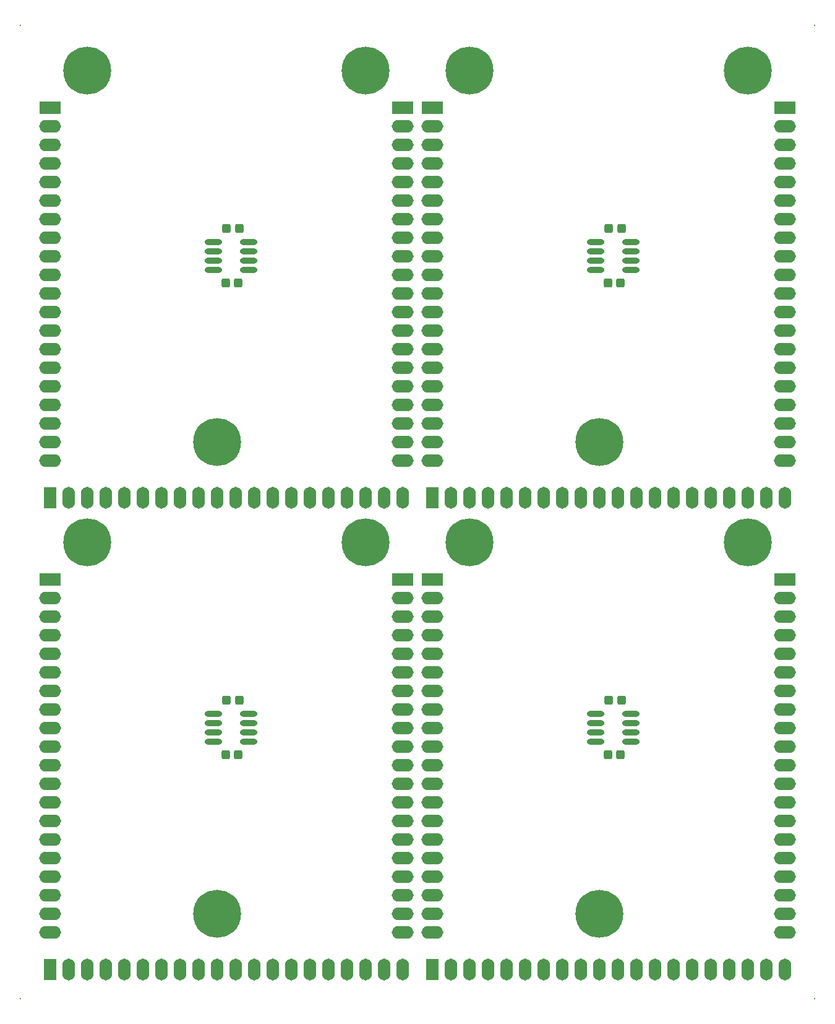
<source format=gbs>
G04*
G04 #@! TF.GenerationSoftware,Altium Limited,Altium Designer,18.1.9 (240)*
G04*
G04 Layer_Color=16711935*
%FSLAX25Y25*%
%MOIN*%
G70*
G01*
G75*
G04:AMPARAMS|DCode=51|XSize=47.37mil|YSize=43.43mil|CornerRadius=8.43mil|HoleSize=0mil|Usage=FLASHONLY|Rotation=270.000|XOffset=0mil|YOffset=0mil|HoleType=Round|Shape=RoundedRectangle|*
%AMROUNDEDRECTD51*
21,1,0.04737,0.02657,0,0,270.0*
21,1,0.03051,0.04343,0,0,270.0*
1,1,0.01686,-0.01329,-0.01526*
1,1,0.01686,-0.01329,0.01526*
1,1,0.01686,0.01329,0.01526*
1,1,0.01686,0.01329,-0.01526*
%
%ADD51ROUNDEDRECTD51*%
%ADD57C,0.00800*%
%ADD58C,0.25800*%
%ADD59R,0.11800X0.06800*%
%ADD60O,0.11800X0.06800*%
%ADD61R,0.06800X0.11800*%
%ADD62O,0.06800X0.11800*%
%ADD63O,0.09461X0.03162*%
D51*
X128284Y142437D02*
D03*
X121591D02*
D03*
X128784Y171937D02*
D03*
X122091D02*
D03*
X334283Y142437D02*
D03*
X327591D02*
D03*
X334784Y171937D02*
D03*
X328091D02*
D03*
X128284Y396437D02*
D03*
X121591D02*
D03*
X128784Y425937D02*
D03*
X122091D02*
D03*
X334283Y396437D02*
D03*
X327591D02*
D03*
X334784Y425937D02*
D03*
X328091D02*
D03*
D57*
X438811Y535311D02*
D03*
Y11063D02*
D03*
X11063D02*
D03*
X11063Y535311D02*
D03*
D58*
X116937Y56937D02*
D03*
X46937Y256937D02*
D03*
X196937D02*
D03*
X322937Y56937D02*
D03*
X252937Y256937D02*
D03*
X402937D02*
D03*
X116937Y310937D02*
D03*
X46937Y510937D02*
D03*
X196937D02*
D03*
X322937Y310937D02*
D03*
X252937Y510937D02*
D03*
X402937D02*
D03*
D59*
X26937Y236937D02*
D03*
X216937D02*
D03*
X232937D02*
D03*
X422937D02*
D03*
X26937Y490937D02*
D03*
X216937D02*
D03*
X232937D02*
D03*
X422937D02*
D03*
D60*
X26937Y226937D02*
D03*
Y216937D02*
D03*
Y206937D02*
D03*
Y196937D02*
D03*
Y186937D02*
D03*
Y176937D02*
D03*
Y166937D02*
D03*
Y156937D02*
D03*
Y146937D02*
D03*
Y136937D02*
D03*
Y126937D02*
D03*
Y116937D02*
D03*
Y106937D02*
D03*
Y96937D02*
D03*
Y86937D02*
D03*
Y76937D02*
D03*
Y66937D02*
D03*
Y56937D02*
D03*
Y46937D02*
D03*
X216937Y226937D02*
D03*
Y216937D02*
D03*
Y206937D02*
D03*
Y196937D02*
D03*
Y186937D02*
D03*
Y176937D02*
D03*
Y166937D02*
D03*
Y156937D02*
D03*
Y146937D02*
D03*
Y136937D02*
D03*
Y126937D02*
D03*
Y116937D02*
D03*
Y106937D02*
D03*
Y96937D02*
D03*
Y86937D02*
D03*
Y76937D02*
D03*
Y66937D02*
D03*
Y56937D02*
D03*
Y46937D02*
D03*
X232937Y226937D02*
D03*
Y216937D02*
D03*
Y206937D02*
D03*
Y196937D02*
D03*
Y186937D02*
D03*
Y176937D02*
D03*
Y166937D02*
D03*
Y156937D02*
D03*
Y146937D02*
D03*
Y136937D02*
D03*
Y126937D02*
D03*
Y116937D02*
D03*
Y106937D02*
D03*
Y96937D02*
D03*
Y86937D02*
D03*
Y76937D02*
D03*
Y66937D02*
D03*
Y56937D02*
D03*
Y46937D02*
D03*
X422937Y226937D02*
D03*
Y216937D02*
D03*
Y206937D02*
D03*
Y196937D02*
D03*
Y186937D02*
D03*
Y176937D02*
D03*
Y166937D02*
D03*
Y156937D02*
D03*
Y146937D02*
D03*
Y136937D02*
D03*
Y126937D02*
D03*
Y116937D02*
D03*
Y106937D02*
D03*
Y96937D02*
D03*
Y86937D02*
D03*
Y76937D02*
D03*
Y66937D02*
D03*
Y56937D02*
D03*
Y46937D02*
D03*
X26937Y480937D02*
D03*
Y470937D02*
D03*
Y460937D02*
D03*
Y450937D02*
D03*
Y440937D02*
D03*
Y430937D02*
D03*
Y420937D02*
D03*
Y410937D02*
D03*
Y400937D02*
D03*
Y390937D02*
D03*
Y380937D02*
D03*
Y370937D02*
D03*
Y360937D02*
D03*
Y350937D02*
D03*
Y340937D02*
D03*
Y330937D02*
D03*
Y320937D02*
D03*
Y310937D02*
D03*
Y300937D02*
D03*
X216937Y480937D02*
D03*
Y470937D02*
D03*
Y460937D02*
D03*
Y450937D02*
D03*
Y440937D02*
D03*
Y430937D02*
D03*
Y420937D02*
D03*
Y410937D02*
D03*
Y400937D02*
D03*
Y390937D02*
D03*
Y380937D02*
D03*
Y370937D02*
D03*
Y360937D02*
D03*
Y350937D02*
D03*
Y340937D02*
D03*
Y330937D02*
D03*
Y320937D02*
D03*
Y310937D02*
D03*
Y300937D02*
D03*
X232937Y480937D02*
D03*
Y470937D02*
D03*
Y460937D02*
D03*
Y450937D02*
D03*
Y440937D02*
D03*
Y430937D02*
D03*
Y420937D02*
D03*
Y410937D02*
D03*
Y400937D02*
D03*
Y390937D02*
D03*
Y380937D02*
D03*
Y370937D02*
D03*
Y360937D02*
D03*
Y350937D02*
D03*
Y340937D02*
D03*
Y330937D02*
D03*
Y320937D02*
D03*
Y310937D02*
D03*
Y300937D02*
D03*
X422937Y480937D02*
D03*
Y470937D02*
D03*
Y460937D02*
D03*
Y450937D02*
D03*
Y440937D02*
D03*
Y430937D02*
D03*
Y420937D02*
D03*
Y410937D02*
D03*
Y400937D02*
D03*
Y390937D02*
D03*
Y380937D02*
D03*
Y370937D02*
D03*
Y360937D02*
D03*
Y350937D02*
D03*
Y340937D02*
D03*
Y330937D02*
D03*
Y320937D02*
D03*
Y310937D02*
D03*
Y300937D02*
D03*
D61*
X26937Y26937D02*
D03*
X232937D02*
D03*
X26937Y280937D02*
D03*
X232937D02*
D03*
D62*
X36937Y26937D02*
D03*
X46937D02*
D03*
X56937D02*
D03*
X66937D02*
D03*
X76937D02*
D03*
X86937D02*
D03*
X96937D02*
D03*
X106937D02*
D03*
X116937D02*
D03*
X126937D02*
D03*
X136937D02*
D03*
X146937D02*
D03*
X156937D02*
D03*
X166937D02*
D03*
X176937D02*
D03*
X186937D02*
D03*
X196937D02*
D03*
X206937D02*
D03*
X216937D02*
D03*
X242937D02*
D03*
X252937D02*
D03*
X262937D02*
D03*
X272937D02*
D03*
X282937D02*
D03*
X292937D02*
D03*
X302937D02*
D03*
X312937D02*
D03*
X322937D02*
D03*
X332937D02*
D03*
X342937D02*
D03*
X352937D02*
D03*
X362937D02*
D03*
X372937D02*
D03*
X382937D02*
D03*
X392937D02*
D03*
X402937D02*
D03*
X412937D02*
D03*
X422937D02*
D03*
X36937Y280937D02*
D03*
X46937D02*
D03*
X56937D02*
D03*
X66937D02*
D03*
X76937D02*
D03*
X86937D02*
D03*
X96937D02*
D03*
X106937D02*
D03*
X116937D02*
D03*
X126937D02*
D03*
X136937D02*
D03*
X146937D02*
D03*
X156937D02*
D03*
X166937D02*
D03*
X176937D02*
D03*
X186937D02*
D03*
X196937D02*
D03*
X206937D02*
D03*
X216937D02*
D03*
X242937D02*
D03*
X252937D02*
D03*
X262937D02*
D03*
X272937D02*
D03*
X282937D02*
D03*
X292937D02*
D03*
X302937D02*
D03*
X312937D02*
D03*
X322937D02*
D03*
X332937D02*
D03*
X342937D02*
D03*
X352937D02*
D03*
X362937D02*
D03*
X372937D02*
D03*
X382937D02*
D03*
X392937D02*
D03*
X402937D02*
D03*
X412937D02*
D03*
X422937D02*
D03*
D63*
X133886Y164437D02*
D03*
Y159437D02*
D03*
Y154437D02*
D03*
Y149437D02*
D03*
X114988Y164437D02*
D03*
Y159437D02*
D03*
Y154437D02*
D03*
Y149437D02*
D03*
X339886Y164437D02*
D03*
Y159437D02*
D03*
Y154437D02*
D03*
Y149437D02*
D03*
X320988Y164437D02*
D03*
Y159437D02*
D03*
Y154437D02*
D03*
Y149437D02*
D03*
X133886Y418437D02*
D03*
Y413437D02*
D03*
Y408437D02*
D03*
Y403437D02*
D03*
X114988Y418437D02*
D03*
Y413437D02*
D03*
Y408437D02*
D03*
Y403437D02*
D03*
X339886Y418437D02*
D03*
Y413437D02*
D03*
Y408437D02*
D03*
Y403437D02*
D03*
X320988Y418437D02*
D03*
Y413437D02*
D03*
Y408437D02*
D03*
Y403437D02*
D03*
M02*

</source>
